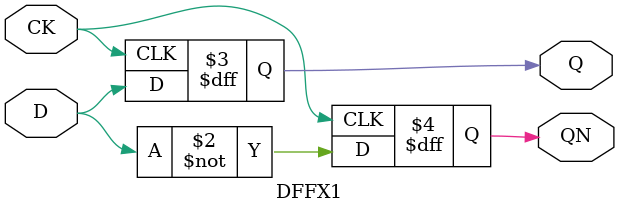
<source format=v>

`timescale 1ns/10ps

module DFFX1 ( Q, QN, CK, D );

   input     CK, D;
   output reg Q, QN;

   always @(posedge CK) begin
		Q <= D;
		QN <=~D;
   end

endmodule

</source>
